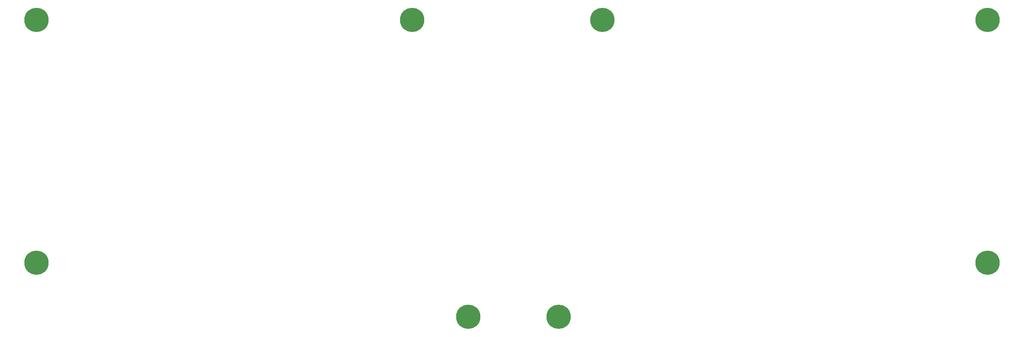
<source format=gbr>
G04 #@! TF.GenerationSoftware,KiCad,Pcbnew,7.0.10*
G04 #@! TF.CreationDate,2024-03-22T12:37:29+09:00*
G04 #@! TF.ProjectId,first_keyboard,66697273-745f-46b6-9579-626f6172642e,rev?*
G04 #@! TF.SameCoordinates,Original*
G04 #@! TF.FileFunction,Soldermask,Top*
G04 #@! TF.FilePolarity,Negative*
%FSLAX46Y46*%
G04 Gerber Fmt 4.6, Leading zero omitted, Abs format (unit mm)*
G04 Created by KiCad (PCBNEW 7.0.10) date 2024-03-22 12:37:29*
%MOMM*%
%LPD*%
G01*
G04 APERTURE LIST*
%ADD10C,6.500000*%
G04 APERTURE END LIST*
D10*
X274320000Y-32004000D03*
X159746250Y-111506000D03*
X274320000Y-97028000D03*
X135616250Y-111506000D03*
X120650000Y-32004000D03*
X171450000Y-32004000D03*
X20320000Y-97028000D03*
X20320000Y-32004000D03*
M02*

</source>
